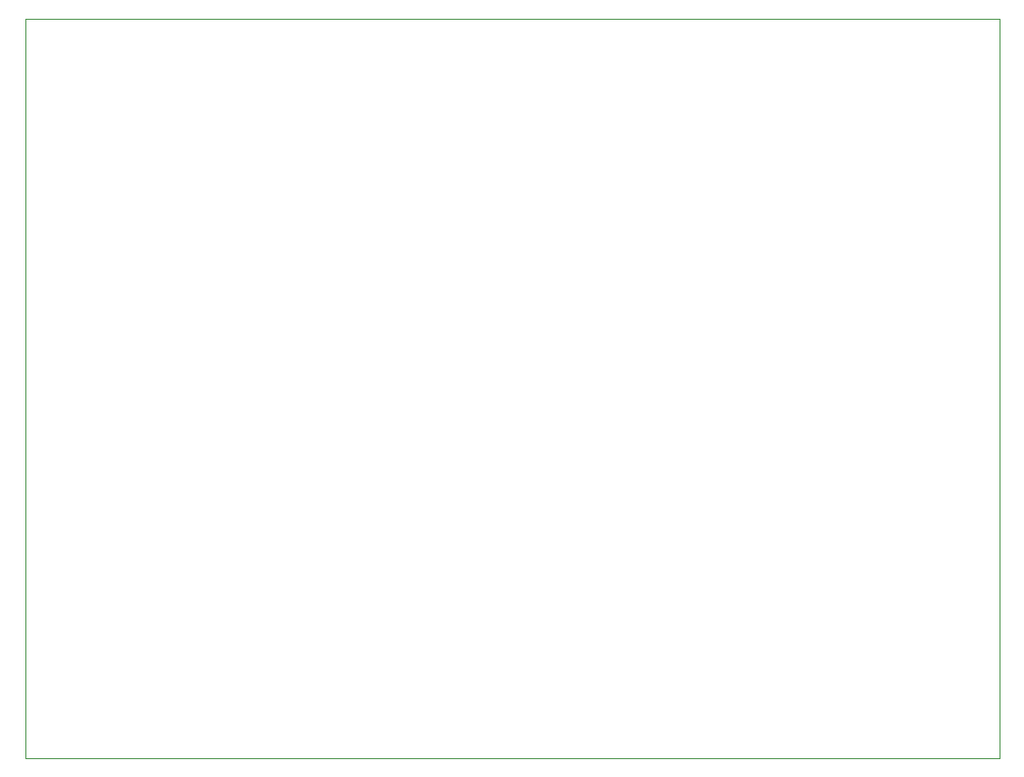
<source format=gbr>
G04 (created by PCBNEW (2013-08-24 BZR 4298)-stable) date Fri 11 Oct 2013 09:56:01 PM PDT*
%MOIN*%
G04 Gerber Fmt 3.4, Leading zero omitted, Abs format*
%FSLAX34Y34*%
G01*
G70*
G90*
G04 APERTURE LIST*
%ADD10C,0.005906*%
%ADD11C,0.003937*%
G04 APERTURE END LIST*
G54D10*
G54D11*
X47500Y-25196D02*
X13000Y-25196D01*
X47500Y-51400D02*
X47500Y-25196D01*
X13000Y-51400D02*
X47500Y-51400D01*
X13000Y-25196D02*
X13000Y-51400D01*
M02*

</source>
